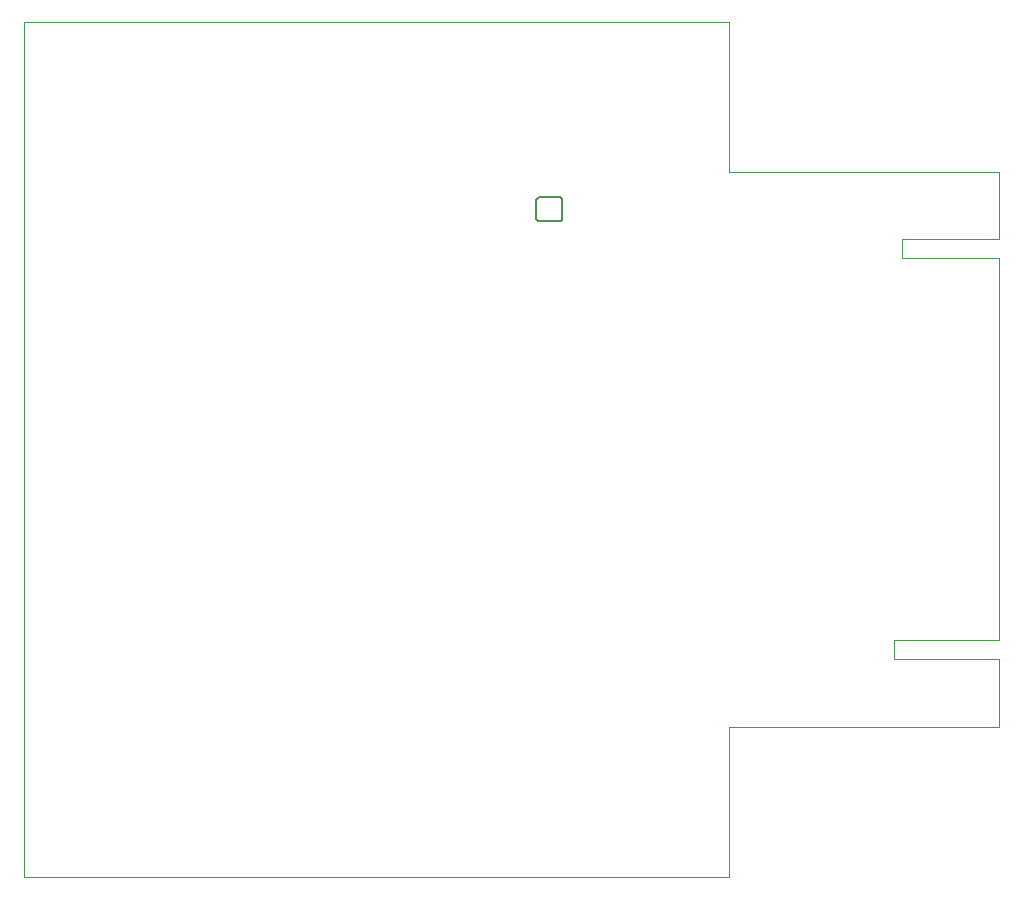
<source format=gbo>
G75*
%MOIN*%
%OFA0B0*%
%FSLAX24Y24*%
%IPPOS*%
%LPD*%
%AMOC8*
5,1,8,0,0,1.08239X$1,22.5*
%
%ADD10C,0.0000*%
%ADD11C,0.0060*%
D10*
X000100Y000100D02*
X023600Y000100D01*
X023600Y005100D01*
X032600Y005100D01*
X032600Y007350D01*
X029100Y007350D01*
X029100Y007975D01*
X032600Y007975D01*
X032600Y020725D01*
X029350Y020725D01*
X029350Y021350D01*
X032600Y021350D01*
X032600Y023600D01*
X023600Y023600D01*
X023600Y028600D01*
X000100Y028600D01*
X000100Y000100D01*
D11*
X017285Y021956D02*
X017915Y021956D01*
X017915Y021955D02*
X017934Y021955D01*
X017953Y021959D01*
X017971Y021965D01*
X017987Y021974D01*
X018002Y021987D01*
X018014Y022001D01*
X018024Y022018D01*
X018030Y022036D01*
X018034Y022054D01*
X018033Y022055D02*
X018033Y022645D01*
X018034Y022645D02*
X018030Y022664D01*
X018024Y022681D01*
X018014Y022698D01*
X018002Y022712D01*
X017987Y022724D01*
X017971Y022734D01*
X017953Y022740D01*
X017934Y022744D01*
X017915Y022744D01*
X017285Y022744D01*
X017266Y022744D01*
X017247Y022740D01*
X017229Y022734D01*
X017213Y022724D01*
X017198Y022712D01*
X017186Y022698D01*
X017176Y022681D01*
X017170Y022664D01*
X017166Y022645D01*
X017167Y022645D02*
X017167Y022055D01*
X017166Y022055D02*
X017170Y022036D01*
X017176Y022019D01*
X017186Y022002D01*
X017198Y021988D01*
X017213Y021976D01*
X017229Y021966D01*
X017247Y021960D01*
X017266Y021956D01*
X017285Y021956D01*
M02*

</source>
